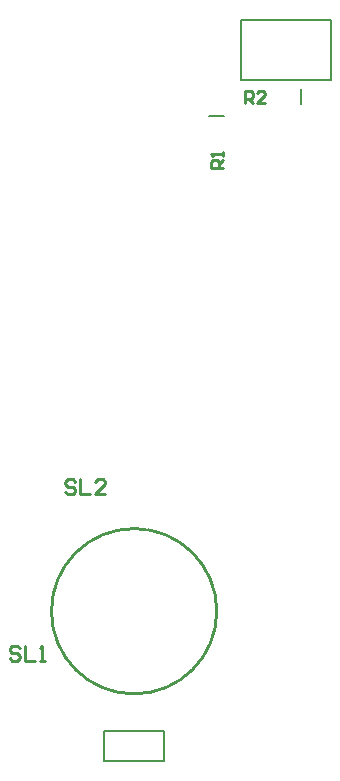
<source format=gto>
G04 Layer_Color=65535*
%FSLAX25Y25*%
%MOIN*%
G70*
G01*
G75*
%ADD14C,0.01000*%
%ADD22C,0.00787*%
D14*
X27559Y0D02*
G03*
X27559Y0I-27559J0D01*
G01*
X29540Y147826D02*
X25541D01*
Y149825D01*
X26208Y150492D01*
X27541D01*
X28207Y149825D01*
Y147826D01*
Y149159D02*
X29540Y150492D01*
Y151825D02*
Y153158D01*
Y152491D01*
X25541D01*
X26208Y151825D01*
X36940Y169526D02*
Y173525D01*
X38939D01*
X39606Y172858D01*
Y171525D01*
X38939Y170859D01*
X36940D01*
X38273D02*
X39606Y169526D01*
X43605D02*
X40939D01*
X43605Y172192D01*
Y172858D01*
X42938Y173525D01*
X41605D01*
X40939Y172858D01*
X-38168Y-12335D02*
X-39001Y-11502D01*
X-40667D01*
X-41500Y-12335D01*
Y-13168D01*
X-40667Y-14001D01*
X-39001D01*
X-38168Y-14834D01*
Y-15667D01*
X-39001Y-16500D01*
X-40667D01*
X-41500Y-15667D01*
X-36502Y-11502D02*
Y-16500D01*
X-33169D01*
X-31503D02*
X-29837D01*
X-30670D01*
Y-11502D01*
X-31503Y-12335D01*
X-19668Y43165D02*
X-20501Y43998D01*
X-22167D01*
X-23000Y43165D01*
Y42332D01*
X-22167Y41499D01*
X-20501D01*
X-19668Y40666D01*
Y39833D01*
X-20501Y39000D01*
X-22167D01*
X-23000Y39833D01*
X-18002Y43998D02*
Y39000D01*
X-14669D01*
X-9671D02*
X-13003D01*
X-9671Y42332D01*
Y43165D01*
X-10504Y43998D01*
X-12170D01*
X-13003Y43165D01*
D22*
X24941Y165000D02*
X30059D01*
X55500Y168941D02*
Y174059D01*
X46542Y177087D02*
X65709D01*
X35709D02*
X65709D01*
X35709Y197087D02*
X65709D01*
X35709Y177087D02*
Y197087D01*
X65709Y177087D02*
Y197087D01*
X-10000Y-50000D02*
Y-40000D01*
X10000D01*
Y-50000D02*
Y-40000D01*
X-10000Y-50000D02*
X10000D01*
M02*

</source>
